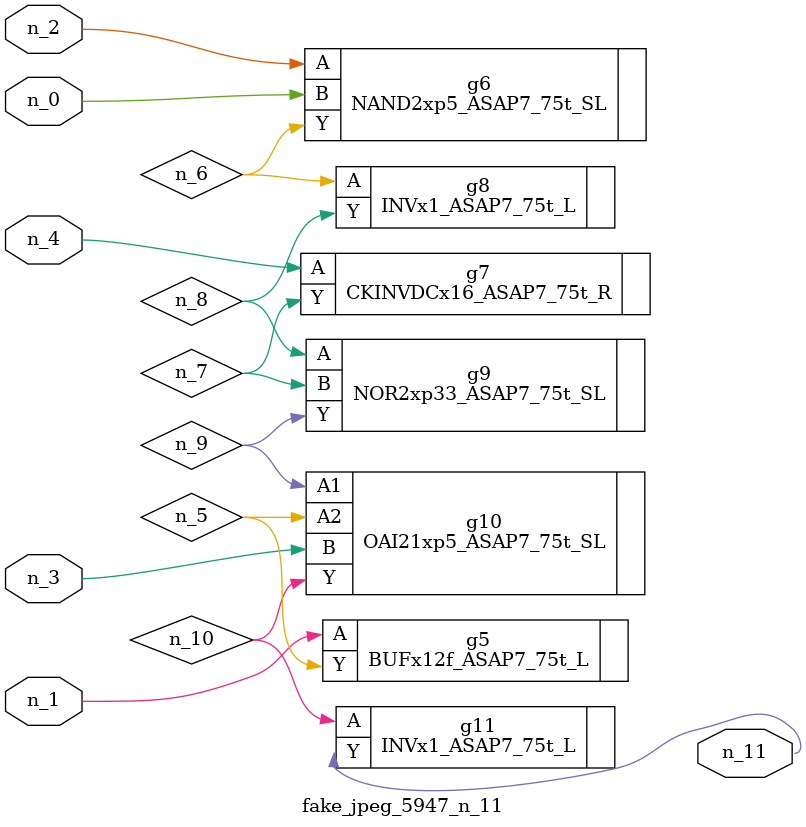
<source format=v>
module fake_jpeg_5947_n_11 (n_3, n_2, n_1, n_0, n_4, n_11);

input n_3;
input n_2;
input n_1;
input n_0;
input n_4;

output n_11;

wire n_10;
wire n_8;
wire n_9;
wire n_6;
wire n_5;
wire n_7;

BUFx12f_ASAP7_75t_L g5 ( 
.A(n_1),
.Y(n_5)
);

NAND2xp5_ASAP7_75t_SL g6 ( 
.A(n_2),
.B(n_0),
.Y(n_6)
);

CKINVDCx16_ASAP7_75t_R g7 ( 
.A(n_4),
.Y(n_7)
);

INVx1_ASAP7_75t_L g8 ( 
.A(n_6),
.Y(n_8)
);

NOR2xp33_ASAP7_75t_SL g9 ( 
.A(n_8),
.B(n_7),
.Y(n_9)
);

OAI21xp5_ASAP7_75t_SL g10 ( 
.A1(n_9),
.A2(n_5),
.B(n_3),
.Y(n_10)
);

INVx1_ASAP7_75t_L g11 ( 
.A(n_10),
.Y(n_11)
);


endmodule
</source>
